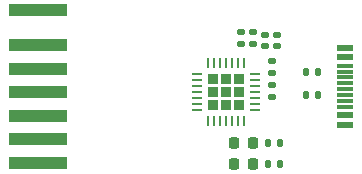
<source format=gbr>
%TF.GenerationSoftware,KiCad,Pcbnew,7.0.5-0*%
%TF.CreationDate,2023-07-20T10:36:23-05:00*%
%TF.ProjectId,DCSDv2_CP2102N,44435344-7632-45f4-9350-323130324e2e,rev?*%
%TF.SameCoordinates,Original*%
%TF.FileFunction,Paste,Bot*%
%TF.FilePolarity,Positive*%
%FSLAX46Y46*%
G04 Gerber Fmt 4.6, Leading zero omitted, Abs format (unit mm)*
G04 Created by KiCad (PCBNEW 7.0.5-0) date 2023-07-20 10:36:23*
%MOMM*%
%LPD*%
G01*
G04 APERTURE LIST*
G04 Aperture macros list*
%AMRoundRect*
0 Rectangle with rounded corners*
0 $1 Rounding radius*
0 $2 $3 $4 $5 $6 $7 $8 $9 X,Y pos of 4 corners*
0 Add a 4 corners polygon primitive as box body*
4,1,4,$2,$3,$4,$5,$6,$7,$8,$9,$2,$3,0*
0 Add four circle primitives for the rounded corners*
1,1,$1+$1,$2,$3*
1,1,$1+$1,$4,$5*
1,1,$1+$1,$6,$7*
1,1,$1+$1,$8,$9*
0 Add four rect primitives between the rounded corners*
20,1,$1+$1,$2,$3,$4,$5,0*
20,1,$1+$1,$4,$5,$6,$7,0*
20,1,$1+$1,$6,$7,$8,$9,0*
20,1,$1+$1,$8,$9,$2,$3,0*%
G04 Aperture macros list end*
%ADD10R,5.000000X1.000000*%
%ADD11RoundRect,0.135000X0.185000X-0.135000X0.185000X0.135000X-0.185000X0.135000X-0.185000X-0.135000X0*%
%ADD12RoundRect,0.218750X-0.218750X-0.256250X0.218750X-0.256250X0.218750X0.256250X-0.218750X0.256250X0*%
%ADD13RoundRect,0.225000X-0.225000X0.225000X-0.225000X-0.225000X0.225000X-0.225000X0.225000X0.225000X0*%
%ADD14RoundRect,0.062500X-0.062500X0.337500X-0.062500X-0.337500X0.062500X-0.337500X0.062500X0.337500X0*%
%ADD15RoundRect,0.062500X-0.337500X0.062500X-0.337500X-0.062500X0.337500X-0.062500X0.337500X0.062500X0*%
%ADD16RoundRect,0.140000X0.170000X-0.140000X0.170000X0.140000X-0.170000X0.140000X-0.170000X-0.140000X0*%
%ADD17RoundRect,0.135000X-0.135000X-0.185000X0.135000X-0.185000X0.135000X0.185000X-0.135000X0.185000X0*%
%ADD18R,1.450000X0.600000*%
%ADD19R,1.450000X0.300000*%
%ADD20RoundRect,0.135000X0.135000X0.185000X-0.135000X0.185000X-0.135000X-0.185000X0.135000X-0.185000X0*%
G04 APERTURE END LIST*
D10*
%TO.C,U2*%
X135473810Y-96300000D03*
X135473810Y-94300000D03*
X135473810Y-92300000D03*
X135473810Y-90300000D03*
X135473810Y-88300000D03*
X135473810Y-98300000D03*
X135473810Y-85300000D03*
%TD*%
D11*
%TO.C,R3*%
X155273810Y-90710000D03*
X155273810Y-89690000D03*
%TD*%
D12*
%TO.C,D2*%
X152086310Y-96610000D03*
X153661310Y-96610000D03*
%TD*%
%TO.C,D1*%
X152086310Y-98400000D03*
X153661310Y-98400000D03*
%TD*%
D13*
%TO.C,U1*%
X152493810Y-91180000D03*
X151373810Y-91180000D03*
X150253810Y-91180000D03*
X152493810Y-92300000D03*
X151373810Y-92300000D03*
X150253810Y-92300000D03*
X152493810Y-93420000D03*
X151373810Y-93420000D03*
X150253810Y-93420000D03*
D14*
X149873810Y-89850000D03*
X150373810Y-89850000D03*
X150873810Y-89850000D03*
X151373810Y-89850000D03*
X151873810Y-89850000D03*
X152373810Y-89850000D03*
X152873810Y-89850000D03*
D15*
X153823810Y-90800000D03*
X153823810Y-91300000D03*
X153823810Y-91800000D03*
X153823810Y-92300000D03*
X153823810Y-92800000D03*
X153823810Y-93300000D03*
X153823810Y-93800000D03*
D14*
X152873810Y-94750000D03*
X152373810Y-94750000D03*
X151873810Y-94750000D03*
X151373810Y-94750000D03*
X150873810Y-94750000D03*
X150373810Y-94750000D03*
X149873810Y-94750000D03*
D15*
X148923810Y-93800000D03*
X148923810Y-93300000D03*
X148923810Y-92800000D03*
X148923810Y-92300000D03*
X148923810Y-91800000D03*
X148923810Y-91300000D03*
X148923810Y-90800000D03*
%TD*%
D16*
%TO.C,C2*%
X155673810Y-88400000D03*
X155673810Y-87440000D03*
%TD*%
D17*
%TO.C,R6*%
X154903810Y-96580000D03*
X155923810Y-96580000D03*
%TD*%
D18*
%TO.C,P1*%
X161428810Y-88550000D03*
X161428810Y-89350000D03*
D19*
X161428810Y-90550000D03*
X161428810Y-91550000D03*
X161428810Y-92050000D03*
X161428810Y-93050000D03*
D18*
X161428810Y-94250000D03*
X161428810Y-95050000D03*
X161428810Y-95050000D03*
X161428810Y-94250000D03*
D19*
X161428810Y-93550000D03*
X161428810Y-92550000D03*
X161428810Y-91050000D03*
X161428810Y-90050000D03*
D18*
X161428810Y-89350000D03*
X161428810Y-88550000D03*
%TD*%
D16*
%TO.C,C1*%
X154673810Y-88400000D03*
X154673810Y-87440000D03*
%TD*%
D17*
%TO.C,R5*%
X154903810Y-98380000D03*
X155923810Y-98380000D03*
%TD*%
D11*
%TO.C,R4*%
X155273810Y-92710000D03*
X155273810Y-91690000D03*
%TD*%
D16*
%TO.C,C4*%
X152673810Y-88200000D03*
X152673810Y-87240000D03*
%TD*%
%TO.C,C3*%
X153673810Y-88200000D03*
X153673810Y-87240000D03*
%TD*%
D20*
%TO.C,R1*%
X159183810Y-90600000D03*
X158163810Y-90600000D03*
%TD*%
%TO.C,R2*%
X159183810Y-92500000D03*
X158163810Y-92500000D03*
%TD*%
M02*

</source>
